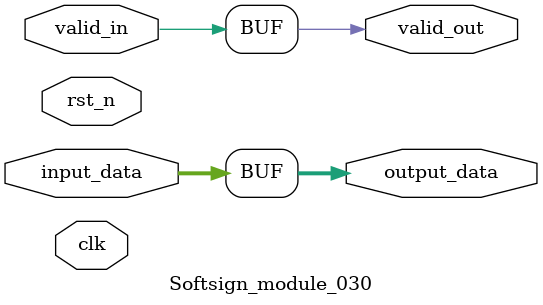
<source format=v>

module Softsign_module_030 (
    input clk,
    input rst_n,
    input valid_in,
    output valid_out,
    // Add specific ports based on operator type
    input [31:0] input_data,
    output [31:0] output_data
);

    // Module implementation would go here
    // This is a template - actual implementation depends on the operator
    
        // Generic operator implementation
    assign output_data = input_data; // Placeholder
    assign valid_out = valid_in;

endmodule

</source>
